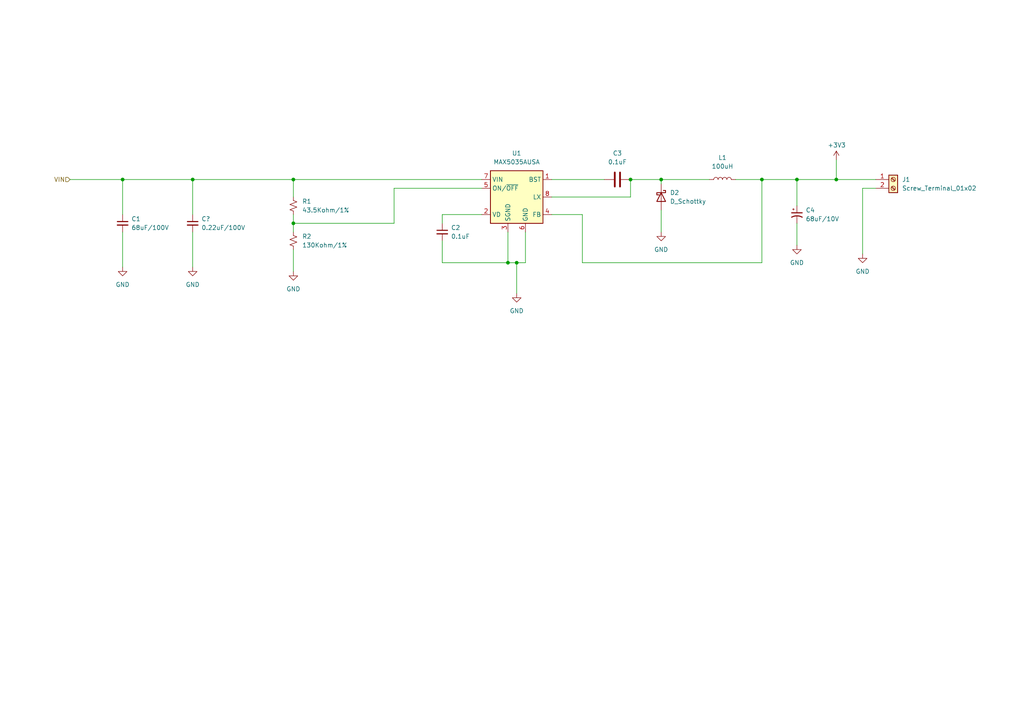
<source format=kicad_sch>
(kicad_sch (version 20210406) (generator eeschema)
  (paper "A4")
  (lib_symbols
    (symbol "Connector:Screw_Terminal_01x02" (pin_names (offset 1.016) hide)
      (property "Reference" "J" (at 0 2.54 0))
      (property "Value" "Screw_Terminal_01x02" (at 0 -5.08 0))
      (symbol "Screw_Terminal_01x02_1_1"
        (circle (center 0 -2.54) (radius 0.635) (stroke (width 0.1524)))
        (circle (center 0 0) (radius 0.635) (stroke (width 0.1524)))
        (rectangle (start -1.27 1.27) (end 1.27 -3.81) (stroke (width 0.254)) (fill (type background)))
        (polyline (pts (xy -0.5334 -2.2098) (xy 0.3302 -3.048)) (stroke (width 0.1524)))
        (polyline (pts (xy -0.5334 0.3302) (xy 0.3302 -0.508)) (stroke (width 0.1524)))
        (polyline (pts (xy -0.3556 -2.032) (xy 0.508 -2.8702)) (stroke (width 0.1524)))
        (polyline (pts (xy -0.3556 0.508) (xy 0.508 -0.3302)) (stroke (width 0.1524)))
        (pin passive line (at -5.08 0 0) (length 3.81) (name "Pin_1") (number "1"))
        (pin passive line (at -5.08 -2.54 0) (length 3.81) (name "Pin_2") (number "2"))
      )
    )
    (symbol "Device:C" (pin_numbers hide) (pin_names (offset 0.254))
      (property "Reference" "C" (at 0.635 2.54 0))
      (property "Value" "C" (at 0.635 -2.54 0))
      (symbol "C_0_1"
        (polyline (pts (xy -2.032 -0.762) (xy 2.032 -0.762)) (stroke (width 0.508)))
        (polyline (pts (xy -2.032 0.762) (xy 2.032 0.762)) (stroke (width 0.508)))
      )
      (symbol "C_1_1"
        (pin passive line (at 0 3.81 270) (length 2.794) (name "~") (number "1"))
        (pin passive line (at 0 -3.81 90) (length 2.794) (name "~") (number "2"))
      )
    )
    (symbol "Device:C_Polarized_Small_US" (pin_numbers hide) (pin_names (offset 0.254) hide)
      (property "Reference" "C" (at 0.254 1.778 0))
      (property "Value" "C_Polarized_Small_US" (at 0.254 -2.032 0))
      (symbol "C_Polarized_Small_US_0_1"
        (arc (start -1.524 -0.762) (end 1.524 -0.762) (radius (at 0 -3.556) (length 3.175) (angles 118.6 61.4)) (stroke (width 0.3048)))
        (polyline (pts (xy -1.524 0.508) (xy 1.524 0.508)) (stroke (width 0.3048)))
        (polyline (pts (xy -1.27 1.524) (xy -0.762 1.524)))
        (polyline (pts (xy -1.016 1.27) (xy -1.016 1.778)))
      )
      (symbol "C_Polarized_Small_US_1_1"
        (pin passive line (at 0 2.54 270) (length 2.032) (name "~") (number "1"))
        (pin passive line (at 0 -2.54 90) (length 2.032) (name "~") (number "2"))
      )
    )
    (symbol "Device:C_Small" (pin_numbers hide) (pin_names (offset 0.254) hide)
      (property "Reference" "C" (at 0.254 1.778 0))
      (property "Value" "C_Small" (at 0.254 -2.032 0))
      (symbol "C_Small_0_1"
        (polyline (pts (xy -1.524 -0.508) (xy 1.524 -0.508)) (stroke (width 0.3302)))
        (polyline (pts (xy -1.524 0.508) (xy 1.524 0.508)) (stroke (width 0.3048)))
      )
      (symbol "C_Small_1_1"
        (pin passive line (at 0 2.54 270) (length 2.032) (name "~") (number "1"))
        (pin passive line (at 0 -2.54 90) (length 2.032) (name "~") (number "2"))
      )
    )
    (symbol "Device:D_Schottky" (pin_numbers hide) (pin_names (offset 1.016) hide)
      (property "Reference" "D" (at 0 2.54 0))
      (property "Value" "D_Schottky" (at 0 -2.54 0))
      (symbol "D_Schottky_0_1"
        (polyline (pts (xy 1.27 0) (xy -1.27 0)))
        (polyline (pts (xy 1.27 1.27) (xy 1.27 -1.27) (xy -1.27 0) (xy 1.27 1.27)) (stroke (width 0.254)))
        (polyline (pts (xy -1.905 0.635) (xy -1.905 1.27) (xy -1.27 1.27) (xy -1.27 -1.27) (xy -0.635 -1.27) (xy -0.635 -0.635)) (stroke (width 0.254)))
      )
      (symbol "D_Schottky_1_1"
        (pin passive line (at -3.81 0 0) (length 2.54) (name "K") (number "1"))
        (pin passive line (at 3.81 0 180) (length 2.54) (name "A") (number "2"))
      )
    )
    (symbol "Device:L" (pin_numbers hide) (pin_names (offset 1.016) hide)
      (property "Reference" "L" (at -1.27 0 90))
      (property "Value" "L" (at 1.905 0 90))
      (symbol "L_0_1"
        (arc (start 0 -2.54) (end 0 -1.27) (radius (at 0 -1.905) (length 0.635) (angles -89.9 89.9)))
        (arc (start 0 -1.27) (end 0 0) (radius (at 0 -0.635) (length 0.635) (angles -89.9 89.9)))
        (arc (start 0 0) (end 0 1.27) (radius (at 0 0.635) (length 0.635) (angles -89.9 89.9)))
        (arc (start 0 1.27) (end 0 2.54) (radius (at 0 1.905) (length 0.635) (angles -89.9 89.9)))
      )
      (symbol "L_1_1"
        (pin passive line (at 0 3.81 270) (length 1.27) (name "1") (number "1"))
        (pin passive line (at 0 -3.81 90) (length 1.27) (name "2") (number "2"))
      )
    )
    (symbol "Device:R_Small_US" (pin_numbers hide) (pin_names (offset 0.254) hide)
      (property "Reference" "R" (at 0.762 0.508 0))
      (property "Value" "R_Small_US" (at 0.762 -1.016 0))
      (symbol "R_Small_US_1_1"
        (polyline (pts (xy 0 0) (xy 1.016 -0.381) (xy 0 -0.762) (xy -1.016 -1.143) (xy 0 -1.524)))
        (polyline (pts (xy 0 1.524) (xy 1.016 1.143) (xy 0 0.762) (xy -1.016 0.381) (xy 0 0)))
        (pin passive line (at 0 2.54 270) (length 1.016) (name "~") (number "1"))
        (pin passive line (at 0 -2.54 90) (length 1.016) (name "~") (number "2"))
      )
    )
    (symbol "Regulator_Switching:MAX5035AUSA"
      (property "Reference" "U" (at -7.62 8.89 0))
      (property "Value" "MAX5035AUSA" (at -2.54 8.89 0))
      (symbol "MAX5035AUSA_0_1"
        (rectangle (start -7.62 7.62) (end 7.62 -7.62) (stroke (width 0.254)) (fill (type background)))
      )
      (symbol "MAX5035AUSA_1_1"
        (pin passive line (at 10.16 5.08 180) (length 2.54) (name "BST") (number "1"))
        (pin passive line (at -10.16 -5.08 0) (length 2.54) (name "VD") (number "2"))
        (pin power_in line (at -2.54 -10.16 90) (length 2.54) (name "SGND") (number "3"))
        (pin input line (at 10.16 -5.08 180) (length 2.54) (name "FB") (number "4"))
        (pin input line (at -10.16 2.54 0) (length 2.54) (name "ON/~{OFF}") (number "5"))
        (pin power_in line (at 2.54 -10.16 90) (length 2.54) (name "GND") (number "6"))
        (pin power_in line (at -10.16 5.08 0) (length 2.54) (name "VIN") (number "7"))
        (pin output line (at 10.16 0 180) (length 2.54) (name "LX") (number "8"))
      )
    )
    (symbol "power:+3V3" (power) (pin_names (offset 0))
      (property "Value" "+3V3" (at 0 3.556 0))
      (symbol "+3V3_0_1"
        (polyline (pts (xy -0.762 1.27) (xy 0 2.54)))
        (polyline (pts (xy 0 0) (xy 0 2.54)))
        (polyline (pts (xy 0 2.54) (xy 0.762 1.27)))
      )
      (symbol "+3V3_1_1"
        (pin power_in line (at 0 0 90) (length 0) hide (name "+3V3") (number "1"))
      )
    )
    (symbol "power:GND" (power) (pin_names (offset 0))
      (property "Value" "GND" (at 0 -3.81 0))
      (symbol "GND_0_1"
        (polyline (pts (xy 0 0) (xy 0 -1.27) (xy 1.27 -1.27) (xy 0 -2.54) (xy -1.27 -1.27) (xy 0 -1.27)))
      )
      (symbol "GND_1_1"
        (pin power_in line (at 0 0 270) (length 0) hide (name "GND") (number "1"))
      )
    )
  )
  (junction (at 35.56 52.07) (diameter 0.9144))
  (junction (at 55.88 52.07) (diameter 0.9144))
  (junction (at 85.09 52.07) (diameter 0.9144))
  (junction (at 85.09 64.77) (diameter 0.9144))
  (junction (at 147.32 76.2) (diameter 0.9144))
  (junction (at 149.86 76.2) (diameter 0.9144))
  (junction (at 182.88 52.07) (diameter 0.9144))
  (junction (at 191.77 52.07) (diameter 0.9144))
  (junction (at 220.98 52.07) (diameter 0.9144))
  (junction (at 231.14 52.07) (diameter 0.9144))
  (junction (at 242.57 52.07) (diameter 0.9144))
  (wire (pts (xy 20.32 52.07) (xy 35.56 52.07)))
  (wire (pts (xy 35.56 52.07) (xy 35.56 62.23)))
  (wire (pts (xy 35.56 52.07) (xy 55.88 52.07)))
  (wire (pts (xy 35.56 67.31) (xy 35.56 77.47)))
  (wire (pts (xy 55.88 52.07) (xy 55.88 62.23)))
  (wire (pts (xy 55.88 52.07) (xy 85.09 52.07)))
  (wire (pts (xy 55.88 67.31) (xy 55.88 77.47)))
  (wire (pts (xy 85.09 52.07) (xy 85.09 57.15)))
  (wire (pts (xy 85.09 52.07) (xy 139.7 52.07)))
  (wire (pts (xy 85.09 62.23) (xy 85.09 64.77)))
  (wire (pts (xy 85.09 64.77) (xy 85.09 67.31)))
  (wire (pts (xy 85.09 72.39) (xy 85.09 78.74)))
  (wire (pts (xy 114.3 54.61) (xy 114.3 64.77)))
  (wire (pts (xy 114.3 64.77) (xy 85.09 64.77)))
  (wire (pts (xy 128.27 62.23) (xy 139.7 62.23)))
  (wire (pts (xy 128.27 64.77) (xy 128.27 62.23)))
  (wire (pts (xy 128.27 76.2) (xy 128.27 69.85)))
  (wire (pts (xy 139.7 54.61) (xy 114.3 54.61)))
  (wire (pts (xy 147.32 76.2) (xy 128.27 76.2)))
  (wire (pts (xy 147.32 76.2) (xy 147.32 67.31)))
  (wire (pts (xy 149.86 76.2) (xy 147.32 76.2)))
  (wire (pts (xy 149.86 76.2) (xy 152.4 76.2)))
  (wire (pts (xy 149.86 85.09) (xy 149.86 76.2)))
  (wire (pts (xy 152.4 76.2) (xy 152.4 67.31)))
  (wire (pts (xy 160.02 52.07) (xy 175.26 52.07)))
  (wire (pts (xy 160.02 57.15) (xy 182.88 57.15)))
  (wire (pts (xy 160.02 62.23) (xy 168.91 62.23)))
  (wire (pts (xy 168.91 62.23) (xy 168.91 76.2)))
  (wire (pts (xy 168.91 76.2) (xy 220.98 76.2)))
  (wire (pts (xy 182.88 52.07) (xy 191.77 52.07)))
  (wire (pts (xy 182.88 57.15) (xy 182.88 52.07)))
  (wire (pts (xy 191.77 52.07) (xy 205.74 52.07)))
  (wire (pts (xy 191.77 53.34) (xy 191.77 52.07)))
  (wire (pts (xy 191.77 60.96) (xy 191.77 67.31)))
  (wire (pts (xy 220.98 52.07) (xy 213.36 52.07)))
  (wire (pts (xy 220.98 52.07) (xy 231.14 52.07)))
  (wire (pts (xy 220.98 76.2) (xy 220.98 52.07)))
  (wire (pts (xy 231.14 52.07) (xy 231.14 59.69)))
  (wire (pts (xy 231.14 52.07) (xy 242.57 52.07)))
  (wire (pts (xy 231.14 64.77) (xy 231.14 71.12)))
  (wire (pts (xy 242.57 46.355) (xy 242.57 52.07)))
  (wire (pts (xy 242.57 52.07) (xy 254 52.07)))
  (wire (pts (xy 250.19 54.61) (xy 250.19 73.66)))
  (wire (pts (xy 254 54.61) (xy 250.19 54.61)))
  (hierarchical_label "VIN" (shape input) (at 20.32 52.07 180))
  (symbol (lib_id "power:+3V3") (at 242.57 46.355 0) (unit 1)
    (property "Reference" "#PWR?" (effects hide))
    (property "Value" "+3V3" (at 240.03 42.1004 0) (effects (justify left)))
  )
  (symbol (lib_id "power:GND") (at 35.56 77.47 0) (unit 1)
    (property "Reference" "#PWR0104" (effects hide))
    (property "Value" "GND" (at 35.56 82.55 0))
  )
  (symbol (lib_id "power:GND") (at 55.88 77.47 0) (unit 1)
    (property "Reference" "#PWR?" (effects hide))
    (property "Value" "GND" (at 55.88 82.55 0))
  )
  (symbol (lib_id "power:GND") (at 85.09 78.74 0) (unit 1)
    (property "Reference" "#PWR0102" (effects hide))
    (property "Value" "GND" (at 85.09 83.82 0))
  )
  (symbol (lib_id "power:GND") (at 149.86 85.09 0) (unit 1)
    (property "Reference" "#PWR0103" (effects hide))
    (property "Value" "GND" (at 149.86 90.17 0))
  )
  (symbol (lib_id "power:GND") (at 191.77 67.31 0) (unit 1)
    (property "Reference" "#PWR0105" (effects hide))
    (property "Value" "GND" (at 191.77 72.39 0))
  )
  (symbol (lib_id "power:GND") (at 231.14 71.12 0) (unit 1)
    (property "Reference" "#PWR0106" (effects hide))
    (property "Value" "GND" (at 231.14 76.2 0))
  )
  (symbol (lib_id "power:GND") (at 250.19 73.66 0) (unit 1)
    (property "Reference" "#PWR0107" (effects hide))
    (property "Value" "GND" (at 250.19 78.74 0))
  )
  (symbol (lib_id "Device:L") (at 209.55 52.07 90) (unit 1)
    (property "Reference" "L1" (at 209.55 45.72 90))
    (property "Value" "100uH" (at 209.55 48.26 90))
  )
  (symbol (lib_id "Device:R_Small_US") (at 85.09 59.69 0) (unit 1)
    (property "Reference" "R1" (at 87.63 58.4199 0) (effects (justify left)))
    (property "Value" "43.5Kohm/1%" (at 87.63 60.9599 0) (effects (justify left)))
  )
  (symbol (lib_id "Device:R_Small_US") (at 85.09 69.85 0) (unit 1)
    (property "Reference" "R2" (at 87.63 68.5799 0) (effects (justify left)))
    (property "Value" "130Kohm/1%" (at 87.63 71.1199 0) (effects (justify left)))
  )
  (symbol (lib_id "Device:C_Polarized_Small_US") (at 231.14 62.23 0) (unit 1)
    (property "Reference" "C4" (at 233.68 60.9599 0) (effects (justify left)))
    (property "Value" "68uF/10V" (at 233.68 63.4999 0) (effects (justify left)))
  )
  (symbol (lib_id "Device:C_Small") (at 35.56 64.77 0) (unit 1)
    (property "Reference" "C1" (at 38.1 63.4999 0) (effects (justify left)))
    (property "Value" "68uF/100V" (at 38.1 66.0399 0) (effects (justify left)))
  )
  (symbol (lib_id "Device:C_Small") (at 55.88 64.77 0) (unit 1)
    (property "Reference" "C?" (at 58.42 63.4999 0) (effects (justify left)))
    (property "Value" "0.22uF/100V" (at 58.42 66.0399 0) (effects (justify left)))
  )
  (symbol (lib_id "Device:C_Small") (at 128.27 67.31 0) (unit 1)
    (property "Reference" "C2" (at 130.81 66.0399 0) (effects (justify left)))
    (property "Value" "0.1uF" (at 130.81 68.5799 0) (effects (justify left)))
  )
  (symbol (lib_id "Device:D_Schottky") (at 191.77 57.15 270) (unit 1)
    (property "Reference" "D2" (at 194.31 55.8799 90) (effects (justify left)))
    (property "Value" "D_Schottky" (at 194.31 58.4199 90) (effects (justify left)))
  )
  (symbol (lib_id "Connector:Screw_Terminal_01x02") (at 259.08 52.07 0) (unit 1)
    (property "Reference" "J1" (at 261.62 52.0699 0) (effects (justify left)))
    (property "Value" "Screw_Terminal_01x02" (at 261.62 54.6099 0) (effects (justify left)))
  )
  (symbol (lib_id "Device:C") (at 179.07 52.07 90) (unit 1)
    (property "Reference" "C3" (at 179.07 44.45 90))
    (property "Value" "0.1uF" (at 179.07 46.99 90))
  )
  (symbol (lib_id "Regulator_Switching:MAX5035AUSA") (at 149.86 57.15 0) (unit 1)
    (property "Reference" "U1" (at 149.86 44.45 0))
    (property "Value" "MAX5035AUSA" (at 149.86 46.99 0))
    (property "Footprint" "Package_SO:SOIC-8_3.9x4.9mm_P1.27mm" (effects hide))
    (property "Datasheet" "http://datasheets.maximintegrated.com/en/ds/MAX5035.pdf" (effects hide))
  )
)
</source>
